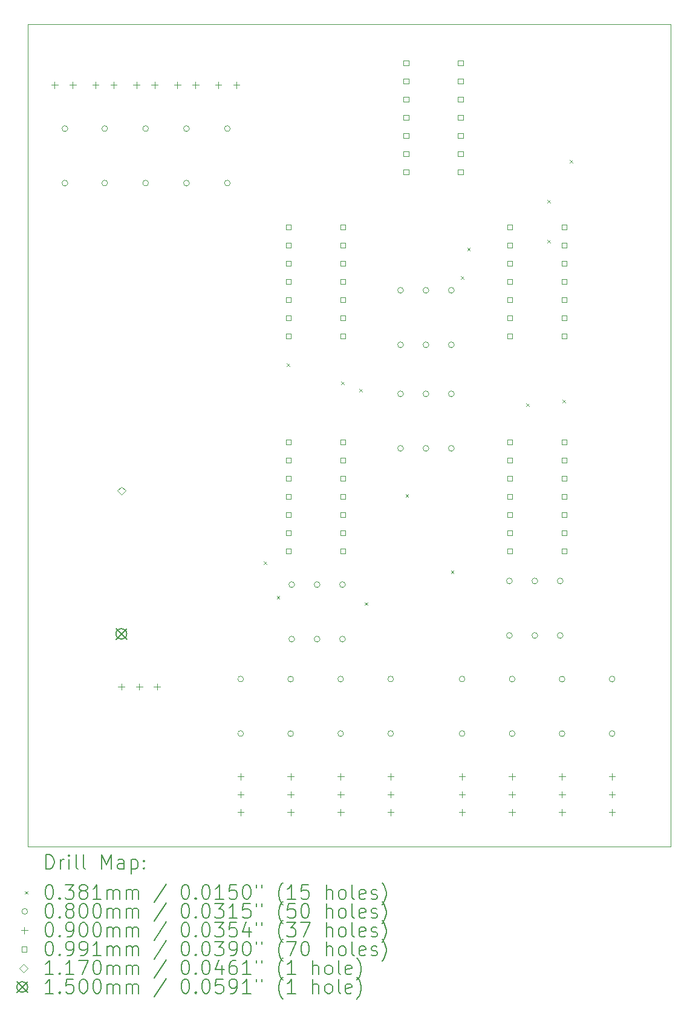
<source format=gbr>
%FSLAX45Y45*%
G04 Gerber Fmt 4.5, Leading zero omitted, Abs format (unit mm)*
G04 Created by KiCad (PCBNEW (6.0.4-0)) date 2022-06-01 22:21:27*
%MOMM*%
%LPD*%
G01*
G04 APERTURE LIST*
%TA.AperFunction,Profile*%
%ADD10C,0.025400*%
%TD*%
%ADD11C,0.200000*%
%ADD12C,0.038100*%
%ADD13C,0.080000*%
%ADD14C,0.090000*%
%ADD15C,0.099060*%
%ADD16C,0.117000*%
%ADD17C,0.150000*%
G04 APERTURE END LIST*
D10*
X13000000Y-17000000D02*
X13000000Y-5500000D01*
X13000000Y-5500000D02*
X4000000Y-5500000D01*
X4000000Y-17000000D02*
X13000000Y-17000000D01*
X4000000Y-5500000D02*
X4000000Y-17000000D01*
D11*
D12*
X7306020Y-13011150D02*
X7344120Y-13049250D01*
X7344120Y-13011150D02*
X7306020Y-13049250D01*
X7486650Y-13493750D02*
X7524750Y-13531850D01*
X7524750Y-13493750D02*
X7486650Y-13531850D01*
X7626350Y-10242550D02*
X7664450Y-10280650D01*
X7664450Y-10242550D02*
X7626350Y-10280650D01*
X8388350Y-10496550D02*
X8426450Y-10534650D01*
X8426450Y-10496550D02*
X8388350Y-10534650D01*
X8642350Y-10598150D02*
X8680450Y-10636250D01*
X8680450Y-10598150D02*
X8642350Y-10636250D01*
X8718550Y-13582650D02*
X8756650Y-13620750D01*
X8756650Y-13582650D02*
X8718550Y-13620750D01*
X9290050Y-12071350D02*
X9328150Y-12109450D01*
X9328150Y-12071350D02*
X9290050Y-12109450D01*
X9925050Y-13138150D02*
X9963150Y-13176250D01*
X9963150Y-13138150D02*
X9925050Y-13176250D01*
X10064750Y-9023350D02*
X10102850Y-9061450D01*
X10102850Y-9023350D02*
X10064750Y-9061450D01*
X10154882Y-8628418D02*
X10192982Y-8666518D01*
X10192982Y-8628418D02*
X10154882Y-8666518D01*
X10979150Y-10801350D02*
X11017250Y-10839450D01*
X11017250Y-10801350D02*
X10979150Y-10839450D01*
X11278684Y-7956550D02*
X11316784Y-7994650D01*
X11316784Y-7956550D02*
X11278684Y-7994650D01*
X11278684Y-8515350D02*
X11316784Y-8553450D01*
X11316784Y-8515350D02*
X11278684Y-8553450D01*
X11487150Y-10750550D02*
X11525250Y-10788650D01*
X11525250Y-10750550D02*
X11487150Y-10788650D01*
X11588750Y-7397750D02*
X11626850Y-7435850D01*
X11626850Y-7397750D02*
X11588750Y-7435850D01*
D13*
X4561200Y-6959600D02*
G75*
G03*
X4561200Y-6959600I-40000J0D01*
G01*
X4561200Y-7721600D02*
G75*
G03*
X4561200Y-7721600I-40000J0D01*
G01*
X5118000Y-6959600D02*
G75*
G03*
X5118000Y-6959600I-40000J0D01*
G01*
X5118000Y-7721600D02*
G75*
G03*
X5118000Y-7721600I-40000J0D01*
G01*
X5690500Y-6959600D02*
G75*
G03*
X5690500Y-6959600I-40000J0D01*
G01*
X5690500Y-7721600D02*
G75*
G03*
X5690500Y-7721600I-40000J0D01*
G01*
X6263000Y-6959600D02*
G75*
G03*
X6263000Y-6959600I-40000J0D01*
G01*
X6263000Y-7721600D02*
G75*
G03*
X6263000Y-7721600I-40000J0D01*
G01*
X6834500Y-6959600D02*
G75*
G03*
X6834500Y-6959600I-40000J0D01*
G01*
X6834500Y-7721600D02*
G75*
G03*
X6834500Y-7721600I-40000J0D01*
G01*
X7021400Y-14656600D02*
G75*
G03*
X7021400Y-14656600I-40000J0D01*
G01*
X7021400Y-15418600D02*
G75*
G03*
X7021400Y-15418600I-40000J0D01*
G01*
X7721400Y-14656600D02*
G75*
G03*
X7721400Y-14656600I-40000J0D01*
G01*
X7721400Y-15418600D02*
G75*
G03*
X7721400Y-15418600I-40000J0D01*
G01*
X7736200Y-13335000D02*
G75*
G03*
X7736200Y-13335000I-40000J0D01*
G01*
X7736200Y-14097000D02*
G75*
G03*
X7736200Y-14097000I-40000J0D01*
G01*
X8091800Y-13335000D02*
G75*
G03*
X8091800Y-13335000I-40000J0D01*
G01*
X8091800Y-14097000D02*
G75*
G03*
X8091800Y-14097000I-40000J0D01*
G01*
X8421400Y-14656600D02*
G75*
G03*
X8421400Y-14656600I-40000J0D01*
G01*
X8421400Y-15418600D02*
G75*
G03*
X8421400Y-15418600I-40000J0D01*
G01*
X8447400Y-13335000D02*
G75*
G03*
X8447400Y-13335000I-40000J0D01*
G01*
X8447400Y-14097000D02*
G75*
G03*
X8447400Y-14097000I-40000J0D01*
G01*
X9121400Y-14656600D02*
G75*
G03*
X9121400Y-14656600I-40000J0D01*
G01*
X9121400Y-15418600D02*
G75*
G03*
X9121400Y-15418600I-40000J0D01*
G01*
X9260200Y-9220200D02*
G75*
G03*
X9260200Y-9220200I-40000J0D01*
G01*
X9260200Y-9982200D02*
G75*
G03*
X9260200Y-9982200I-40000J0D01*
G01*
X9260200Y-10668000D02*
G75*
G03*
X9260200Y-10668000I-40000J0D01*
G01*
X9260200Y-11430000D02*
G75*
G03*
X9260200Y-11430000I-40000J0D01*
G01*
X9615800Y-9220200D02*
G75*
G03*
X9615800Y-9220200I-40000J0D01*
G01*
X9615800Y-9982200D02*
G75*
G03*
X9615800Y-9982200I-40000J0D01*
G01*
X9615800Y-10668000D02*
G75*
G03*
X9615800Y-10668000I-40000J0D01*
G01*
X9615800Y-11430000D02*
G75*
G03*
X9615800Y-11430000I-40000J0D01*
G01*
X9971400Y-9220200D02*
G75*
G03*
X9971400Y-9220200I-40000J0D01*
G01*
X9971400Y-9982200D02*
G75*
G03*
X9971400Y-9982200I-40000J0D01*
G01*
X9971400Y-10668000D02*
G75*
G03*
X9971400Y-10668000I-40000J0D01*
G01*
X9971400Y-11430000D02*
G75*
G03*
X9971400Y-11430000I-40000J0D01*
G01*
X10121400Y-14656600D02*
G75*
G03*
X10121400Y-14656600I-40000J0D01*
G01*
X10121400Y-15418600D02*
G75*
G03*
X10121400Y-15418600I-40000J0D01*
G01*
X10784200Y-13284200D02*
G75*
G03*
X10784200Y-13284200I-40000J0D01*
G01*
X10784200Y-14046200D02*
G75*
G03*
X10784200Y-14046200I-40000J0D01*
G01*
X10821400Y-14656600D02*
G75*
G03*
X10821400Y-14656600I-40000J0D01*
G01*
X10821400Y-15418600D02*
G75*
G03*
X10821400Y-15418600I-40000J0D01*
G01*
X11139800Y-13284200D02*
G75*
G03*
X11139800Y-13284200I-40000J0D01*
G01*
X11139800Y-14046200D02*
G75*
G03*
X11139800Y-14046200I-40000J0D01*
G01*
X11495400Y-13284200D02*
G75*
G03*
X11495400Y-13284200I-40000J0D01*
G01*
X11495400Y-14046200D02*
G75*
G03*
X11495400Y-14046200I-40000J0D01*
G01*
X11521400Y-14656600D02*
G75*
G03*
X11521400Y-14656600I-40000J0D01*
G01*
X11521400Y-15418600D02*
G75*
G03*
X11521400Y-15418600I-40000J0D01*
G01*
X12221400Y-14656600D02*
G75*
G03*
X12221400Y-14656600I-40000J0D01*
G01*
X12221400Y-15418600D02*
G75*
G03*
X12221400Y-15418600I-40000J0D01*
G01*
D14*
X4378000Y-6305000D02*
X4378000Y-6395000D01*
X4333000Y-6350000D02*
X4423000Y-6350000D01*
X4632000Y-6305000D02*
X4632000Y-6395000D01*
X4587000Y-6350000D02*
X4677000Y-6350000D01*
X4950500Y-6305000D02*
X4950500Y-6395000D01*
X4905500Y-6350000D02*
X4995500Y-6350000D01*
X5204500Y-6305000D02*
X5204500Y-6395000D01*
X5159500Y-6350000D02*
X5249500Y-6350000D01*
X5311400Y-14716600D02*
X5311400Y-14806600D01*
X5266400Y-14761600D02*
X5356400Y-14761600D01*
X5523000Y-6305000D02*
X5523000Y-6395000D01*
X5478000Y-6350000D02*
X5568000Y-6350000D01*
X5561400Y-14716600D02*
X5561400Y-14806600D01*
X5516400Y-14761600D02*
X5606400Y-14761600D01*
X5777000Y-6305000D02*
X5777000Y-6395000D01*
X5732000Y-6350000D02*
X5822000Y-6350000D01*
X5811400Y-14716600D02*
X5811400Y-14806600D01*
X5766400Y-14761600D02*
X5856400Y-14761600D01*
X6095500Y-6305000D02*
X6095500Y-6395000D01*
X6050500Y-6350000D02*
X6140500Y-6350000D01*
X6349500Y-6305000D02*
X6349500Y-6395000D01*
X6304500Y-6350000D02*
X6394500Y-6350000D01*
X6668000Y-6304200D02*
X6668000Y-6394200D01*
X6623000Y-6349200D02*
X6713000Y-6349200D01*
X6922000Y-6304200D02*
X6922000Y-6394200D01*
X6877000Y-6349200D02*
X6967000Y-6349200D01*
X6981400Y-15973600D02*
X6981400Y-16063600D01*
X6936400Y-16018600D02*
X7026400Y-16018600D01*
X6981400Y-16223600D02*
X6981400Y-16313600D01*
X6936400Y-16268600D02*
X7026400Y-16268600D01*
X6981400Y-16473600D02*
X6981400Y-16563600D01*
X6936400Y-16518600D02*
X7026400Y-16518600D01*
X7681400Y-15973600D02*
X7681400Y-16063600D01*
X7636400Y-16018600D02*
X7726400Y-16018600D01*
X7681400Y-16223600D02*
X7681400Y-16313600D01*
X7636400Y-16268600D02*
X7726400Y-16268600D01*
X7681400Y-16473600D02*
X7681400Y-16563600D01*
X7636400Y-16518600D02*
X7726400Y-16518600D01*
X8381400Y-15973600D02*
X8381400Y-16063600D01*
X8336400Y-16018600D02*
X8426400Y-16018600D01*
X8381400Y-16223600D02*
X8381400Y-16313600D01*
X8336400Y-16268600D02*
X8426400Y-16268600D01*
X8381400Y-16473600D02*
X8381400Y-16563600D01*
X8336400Y-16518600D02*
X8426400Y-16518600D01*
X9081400Y-15973600D02*
X9081400Y-16063600D01*
X9036400Y-16018600D02*
X9126400Y-16018600D01*
X9081400Y-16223600D02*
X9081400Y-16313600D01*
X9036400Y-16268600D02*
X9126400Y-16268600D01*
X9081400Y-16473600D02*
X9081400Y-16563600D01*
X9036400Y-16518600D02*
X9126400Y-16518600D01*
X10081400Y-15973600D02*
X10081400Y-16063600D01*
X10036400Y-16018600D02*
X10126400Y-16018600D01*
X10081400Y-16223600D02*
X10081400Y-16313600D01*
X10036400Y-16268600D02*
X10126400Y-16268600D01*
X10081400Y-16473600D02*
X10081400Y-16563600D01*
X10036400Y-16518600D02*
X10126400Y-16518600D01*
X10781400Y-15973600D02*
X10781400Y-16063600D01*
X10736400Y-16018600D02*
X10826400Y-16018600D01*
X10781400Y-16223600D02*
X10781400Y-16313600D01*
X10736400Y-16268600D02*
X10826400Y-16268600D01*
X10781400Y-16473600D02*
X10781400Y-16563600D01*
X10736400Y-16518600D02*
X10826400Y-16518600D01*
X11481400Y-15973600D02*
X11481400Y-16063600D01*
X11436400Y-16018600D02*
X11526400Y-16018600D01*
X11481400Y-16223600D02*
X11481400Y-16313600D01*
X11436400Y-16268600D02*
X11526400Y-16268600D01*
X11481400Y-16473600D02*
X11481400Y-16563600D01*
X11436400Y-16518600D02*
X11526400Y-16518600D01*
X12181400Y-15973600D02*
X12181400Y-16063600D01*
X12136400Y-16018600D02*
X12226400Y-16018600D01*
X12181400Y-16223600D02*
X12181400Y-16313600D01*
X12136400Y-16268600D02*
X12226400Y-16268600D01*
X12181400Y-16473600D02*
X12181400Y-16563600D01*
X12136400Y-16518600D02*
X12226400Y-16518600D01*
D15*
X7685503Y-8374623D02*
X7685503Y-8304577D01*
X7615457Y-8304577D01*
X7615457Y-8374623D01*
X7685503Y-8374623D01*
X7685503Y-8628623D02*
X7685503Y-8558577D01*
X7615457Y-8558577D01*
X7615457Y-8628623D01*
X7685503Y-8628623D01*
X7685503Y-8882623D02*
X7685503Y-8812577D01*
X7615457Y-8812577D01*
X7615457Y-8882623D01*
X7685503Y-8882623D01*
X7685503Y-9136623D02*
X7685503Y-9066577D01*
X7615457Y-9066577D01*
X7615457Y-9136623D01*
X7685503Y-9136623D01*
X7685503Y-9390623D02*
X7685503Y-9320577D01*
X7615457Y-9320577D01*
X7615457Y-9390623D01*
X7685503Y-9390623D01*
X7685503Y-9644623D02*
X7685503Y-9574577D01*
X7615457Y-9574577D01*
X7615457Y-9644623D01*
X7685503Y-9644623D01*
X7685503Y-9898623D02*
X7685503Y-9828577D01*
X7615457Y-9828577D01*
X7615457Y-9898623D01*
X7685503Y-9898623D01*
X7685503Y-11374623D02*
X7685503Y-11304577D01*
X7615457Y-11304577D01*
X7615457Y-11374623D01*
X7685503Y-11374623D01*
X7685503Y-11628623D02*
X7685503Y-11558577D01*
X7615457Y-11558577D01*
X7615457Y-11628623D01*
X7685503Y-11628623D01*
X7685503Y-11882623D02*
X7685503Y-11812577D01*
X7615457Y-11812577D01*
X7615457Y-11882623D01*
X7685503Y-11882623D01*
X7685503Y-12136623D02*
X7685503Y-12066577D01*
X7615457Y-12066577D01*
X7615457Y-12136623D01*
X7685503Y-12136623D01*
X7685503Y-12390623D02*
X7685503Y-12320577D01*
X7615457Y-12320577D01*
X7615457Y-12390623D01*
X7685503Y-12390623D01*
X7685503Y-12644623D02*
X7685503Y-12574577D01*
X7615457Y-12574577D01*
X7615457Y-12644623D01*
X7685503Y-12644623D01*
X7685503Y-12898623D02*
X7685503Y-12828577D01*
X7615457Y-12828577D01*
X7615457Y-12898623D01*
X7685503Y-12898623D01*
X8447503Y-8374623D02*
X8447503Y-8304577D01*
X8377457Y-8304577D01*
X8377457Y-8374623D01*
X8447503Y-8374623D01*
X8447503Y-8628623D02*
X8447503Y-8558577D01*
X8377457Y-8558577D01*
X8377457Y-8628623D01*
X8447503Y-8628623D01*
X8447503Y-8882623D02*
X8447503Y-8812577D01*
X8377457Y-8812577D01*
X8377457Y-8882623D01*
X8447503Y-8882623D01*
X8447503Y-9136623D02*
X8447503Y-9066577D01*
X8377457Y-9066577D01*
X8377457Y-9136623D01*
X8447503Y-9136623D01*
X8447503Y-9390623D02*
X8447503Y-9320577D01*
X8377457Y-9320577D01*
X8377457Y-9390623D01*
X8447503Y-9390623D01*
X8447503Y-9644623D02*
X8447503Y-9574577D01*
X8377457Y-9574577D01*
X8377457Y-9644623D01*
X8447503Y-9644623D01*
X8447503Y-9898623D02*
X8447503Y-9828577D01*
X8377457Y-9828577D01*
X8377457Y-9898623D01*
X8447503Y-9898623D01*
X8447503Y-11374623D02*
X8447503Y-11304577D01*
X8377457Y-11304577D01*
X8377457Y-11374623D01*
X8447503Y-11374623D01*
X8447503Y-11628623D02*
X8447503Y-11558577D01*
X8377457Y-11558577D01*
X8377457Y-11628623D01*
X8447503Y-11628623D01*
X8447503Y-11882623D02*
X8447503Y-11812577D01*
X8377457Y-11812577D01*
X8377457Y-11882623D01*
X8447503Y-11882623D01*
X8447503Y-12136623D02*
X8447503Y-12066577D01*
X8377457Y-12066577D01*
X8377457Y-12136623D01*
X8447503Y-12136623D01*
X8447503Y-12390623D02*
X8447503Y-12320577D01*
X8377457Y-12320577D01*
X8377457Y-12390623D01*
X8447503Y-12390623D01*
X8447503Y-12644623D02*
X8447503Y-12574577D01*
X8377457Y-12574577D01*
X8377457Y-12644623D01*
X8447503Y-12644623D01*
X8447503Y-12898623D02*
X8447503Y-12828577D01*
X8377457Y-12828577D01*
X8377457Y-12898623D01*
X8447503Y-12898623D01*
X9331423Y-6080223D02*
X9331423Y-6010177D01*
X9261377Y-6010177D01*
X9261377Y-6080223D01*
X9331423Y-6080223D01*
X9331423Y-6334223D02*
X9331423Y-6264177D01*
X9261377Y-6264177D01*
X9261377Y-6334223D01*
X9331423Y-6334223D01*
X9331423Y-6588223D02*
X9331423Y-6518177D01*
X9261377Y-6518177D01*
X9261377Y-6588223D01*
X9331423Y-6588223D01*
X9331423Y-6842223D02*
X9331423Y-6772177D01*
X9261377Y-6772177D01*
X9261377Y-6842223D01*
X9331423Y-6842223D01*
X9331423Y-7096223D02*
X9331423Y-7026177D01*
X9261377Y-7026177D01*
X9261377Y-7096223D01*
X9331423Y-7096223D01*
X9331423Y-7350223D02*
X9331423Y-7280177D01*
X9261377Y-7280177D01*
X9261377Y-7350223D01*
X9331423Y-7350223D01*
X9331423Y-7604223D02*
X9331423Y-7534177D01*
X9261377Y-7534177D01*
X9261377Y-7604223D01*
X9331423Y-7604223D01*
X10093423Y-6080223D02*
X10093423Y-6010177D01*
X10023377Y-6010177D01*
X10023377Y-6080223D01*
X10093423Y-6080223D01*
X10093423Y-6334223D02*
X10093423Y-6264177D01*
X10023377Y-6264177D01*
X10023377Y-6334223D01*
X10093423Y-6334223D01*
X10093423Y-6588223D02*
X10093423Y-6518177D01*
X10023377Y-6518177D01*
X10023377Y-6588223D01*
X10093423Y-6588223D01*
X10093423Y-6842223D02*
X10093423Y-6772177D01*
X10023377Y-6772177D01*
X10023377Y-6842223D01*
X10093423Y-6842223D01*
X10093423Y-7096223D02*
X10093423Y-7026177D01*
X10023377Y-7026177D01*
X10023377Y-7096223D01*
X10093423Y-7096223D01*
X10093423Y-7350223D02*
X10093423Y-7280177D01*
X10023377Y-7280177D01*
X10023377Y-7350223D01*
X10093423Y-7350223D01*
X10093423Y-7604223D02*
X10093423Y-7534177D01*
X10023377Y-7534177D01*
X10023377Y-7604223D01*
X10093423Y-7604223D01*
X10784808Y-8374623D02*
X10784808Y-8304577D01*
X10714762Y-8304577D01*
X10714762Y-8374623D01*
X10784808Y-8374623D01*
X10784808Y-8628623D02*
X10784808Y-8558577D01*
X10714762Y-8558577D01*
X10714762Y-8628623D01*
X10784808Y-8628623D01*
X10784808Y-8882623D02*
X10784808Y-8812577D01*
X10714762Y-8812577D01*
X10714762Y-8882623D01*
X10784808Y-8882623D01*
X10784808Y-9136623D02*
X10784808Y-9066577D01*
X10714762Y-9066577D01*
X10714762Y-9136623D01*
X10784808Y-9136623D01*
X10784808Y-9390623D02*
X10784808Y-9320577D01*
X10714762Y-9320577D01*
X10714762Y-9390623D01*
X10784808Y-9390623D01*
X10784808Y-9644623D02*
X10784808Y-9574577D01*
X10714762Y-9574577D01*
X10714762Y-9644623D01*
X10784808Y-9644623D01*
X10784808Y-9898623D02*
X10784808Y-9828577D01*
X10714762Y-9828577D01*
X10714762Y-9898623D01*
X10784808Y-9898623D01*
X10784808Y-11374623D02*
X10784808Y-11304577D01*
X10714762Y-11304577D01*
X10714762Y-11374623D01*
X10784808Y-11374623D01*
X10784808Y-11628623D02*
X10784808Y-11558577D01*
X10714762Y-11558577D01*
X10714762Y-11628623D01*
X10784808Y-11628623D01*
X10784808Y-11882623D02*
X10784808Y-11812577D01*
X10714762Y-11812577D01*
X10714762Y-11882623D01*
X10784808Y-11882623D01*
X10784808Y-12136623D02*
X10784808Y-12066577D01*
X10714762Y-12066577D01*
X10714762Y-12136623D01*
X10784808Y-12136623D01*
X10784808Y-12390623D02*
X10784808Y-12320577D01*
X10714762Y-12320577D01*
X10714762Y-12390623D01*
X10784808Y-12390623D01*
X10784808Y-12644623D02*
X10784808Y-12574577D01*
X10714762Y-12574577D01*
X10714762Y-12644623D01*
X10784808Y-12644623D01*
X10784808Y-12898623D02*
X10784808Y-12828577D01*
X10714762Y-12828577D01*
X10714762Y-12898623D01*
X10784808Y-12898623D01*
X11546808Y-8374623D02*
X11546808Y-8304577D01*
X11476762Y-8304577D01*
X11476762Y-8374623D01*
X11546808Y-8374623D01*
X11546808Y-8628623D02*
X11546808Y-8558577D01*
X11476762Y-8558577D01*
X11476762Y-8628623D01*
X11546808Y-8628623D01*
X11546808Y-8882623D02*
X11546808Y-8812577D01*
X11476762Y-8812577D01*
X11476762Y-8882623D01*
X11546808Y-8882623D01*
X11546808Y-9136623D02*
X11546808Y-9066577D01*
X11476762Y-9066577D01*
X11476762Y-9136623D01*
X11546808Y-9136623D01*
X11546808Y-9390623D02*
X11546808Y-9320577D01*
X11476762Y-9320577D01*
X11476762Y-9390623D01*
X11546808Y-9390623D01*
X11546808Y-9644623D02*
X11546808Y-9574577D01*
X11476762Y-9574577D01*
X11476762Y-9644623D01*
X11546808Y-9644623D01*
X11546808Y-9898623D02*
X11546808Y-9828577D01*
X11476762Y-9828577D01*
X11476762Y-9898623D01*
X11546808Y-9898623D01*
X11546808Y-11374623D02*
X11546808Y-11304577D01*
X11476762Y-11304577D01*
X11476762Y-11374623D01*
X11546808Y-11374623D01*
X11546808Y-11628623D02*
X11546808Y-11558577D01*
X11476762Y-11558577D01*
X11476762Y-11628623D01*
X11546808Y-11628623D01*
X11546808Y-11882623D02*
X11546808Y-11812577D01*
X11476762Y-11812577D01*
X11476762Y-11882623D01*
X11546808Y-11882623D01*
X11546808Y-12136623D02*
X11546808Y-12066577D01*
X11476762Y-12066577D01*
X11476762Y-12136623D01*
X11546808Y-12136623D01*
X11546808Y-12390623D02*
X11546808Y-12320577D01*
X11476762Y-12320577D01*
X11476762Y-12390623D01*
X11546808Y-12390623D01*
X11546808Y-12644623D02*
X11546808Y-12574577D01*
X11476762Y-12574577D01*
X11476762Y-12644623D01*
X11546808Y-12644623D01*
X11546808Y-12898623D02*
X11546808Y-12828577D01*
X11476762Y-12828577D01*
X11476762Y-12898623D01*
X11546808Y-12898623D01*
D16*
X5311400Y-12082530D02*
X5369900Y-12024030D01*
X5311400Y-11965530D01*
X5252900Y-12024030D01*
X5311400Y-12082530D01*
D17*
X5236400Y-13949030D02*
X5386400Y-14099030D01*
X5386400Y-13949030D02*
X5236400Y-14099030D01*
X5386400Y-14024030D02*
G75*
G03*
X5386400Y-14024030I-75000J0D01*
G01*
D11*
X4256349Y-17311746D02*
X4256349Y-17111746D01*
X4303968Y-17111746D01*
X4332540Y-17121270D01*
X4351587Y-17140318D01*
X4361111Y-17159365D01*
X4370635Y-17197460D01*
X4370635Y-17226032D01*
X4361111Y-17264127D01*
X4351587Y-17283175D01*
X4332540Y-17302222D01*
X4303968Y-17311746D01*
X4256349Y-17311746D01*
X4456349Y-17311746D02*
X4456349Y-17178413D01*
X4456349Y-17216508D02*
X4465873Y-17197460D01*
X4475397Y-17187937D01*
X4494444Y-17178413D01*
X4513492Y-17178413D01*
X4580159Y-17311746D02*
X4580159Y-17178413D01*
X4580159Y-17111746D02*
X4570635Y-17121270D01*
X4580159Y-17130794D01*
X4589682Y-17121270D01*
X4580159Y-17111746D01*
X4580159Y-17130794D01*
X4703968Y-17311746D02*
X4684920Y-17302222D01*
X4675397Y-17283175D01*
X4675397Y-17111746D01*
X4808730Y-17311746D02*
X4789682Y-17302222D01*
X4780159Y-17283175D01*
X4780159Y-17111746D01*
X5037301Y-17311746D02*
X5037301Y-17111746D01*
X5103968Y-17254603D01*
X5170635Y-17111746D01*
X5170635Y-17311746D01*
X5351587Y-17311746D02*
X5351587Y-17206984D01*
X5342063Y-17187937D01*
X5323016Y-17178413D01*
X5284920Y-17178413D01*
X5265873Y-17187937D01*
X5351587Y-17302222D02*
X5332540Y-17311746D01*
X5284920Y-17311746D01*
X5265873Y-17302222D01*
X5256349Y-17283175D01*
X5256349Y-17264127D01*
X5265873Y-17245080D01*
X5284920Y-17235556D01*
X5332540Y-17235556D01*
X5351587Y-17226032D01*
X5446825Y-17178413D02*
X5446825Y-17378413D01*
X5446825Y-17187937D02*
X5465873Y-17178413D01*
X5503968Y-17178413D01*
X5523016Y-17187937D01*
X5532540Y-17197460D01*
X5542063Y-17216508D01*
X5542063Y-17273651D01*
X5532540Y-17292699D01*
X5523016Y-17302222D01*
X5503968Y-17311746D01*
X5465873Y-17311746D01*
X5446825Y-17302222D01*
X5627778Y-17292699D02*
X5637301Y-17302222D01*
X5627778Y-17311746D01*
X5618254Y-17302222D01*
X5627778Y-17292699D01*
X5627778Y-17311746D01*
X5627778Y-17187937D02*
X5637301Y-17197460D01*
X5627778Y-17206984D01*
X5618254Y-17197460D01*
X5627778Y-17187937D01*
X5627778Y-17206984D01*
D12*
X3960630Y-17622220D02*
X3998730Y-17660320D01*
X3998730Y-17622220D02*
X3960630Y-17660320D01*
D11*
X4294444Y-17531746D02*
X4313492Y-17531746D01*
X4332540Y-17541270D01*
X4342063Y-17550794D01*
X4351587Y-17569841D01*
X4361111Y-17607937D01*
X4361111Y-17655556D01*
X4351587Y-17693651D01*
X4342063Y-17712699D01*
X4332540Y-17722222D01*
X4313492Y-17731746D01*
X4294444Y-17731746D01*
X4275397Y-17722222D01*
X4265873Y-17712699D01*
X4256349Y-17693651D01*
X4246825Y-17655556D01*
X4246825Y-17607937D01*
X4256349Y-17569841D01*
X4265873Y-17550794D01*
X4275397Y-17541270D01*
X4294444Y-17531746D01*
X4446825Y-17712699D02*
X4456349Y-17722222D01*
X4446825Y-17731746D01*
X4437301Y-17722222D01*
X4446825Y-17712699D01*
X4446825Y-17731746D01*
X4523016Y-17531746D02*
X4646825Y-17531746D01*
X4580159Y-17607937D01*
X4608730Y-17607937D01*
X4627778Y-17617460D01*
X4637301Y-17626984D01*
X4646825Y-17646032D01*
X4646825Y-17693651D01*
X4637301Y-17712699D01*
X4627778Y-17722222D01*
X4608730Y-17731746D01*
X4551587Y-17731746D01*
X4532540Y-17722222D01*
X4523016Y-17712699D01*
X4761111Y-17617460D02*
X4742063Y-17607937D01*
X4732540Y-17598413D01*
X4723016Y-17579365D01*
X4723016Y-17569841D01*
X4732540Y-17550794D01*
X4742063Y-17541270D01*
X4761111Y-17531746D01*
X4799206Y-17531746D01*
X4818254Y-17541270D01*
X4827778Y-17550794D01*
X4837301Y-17569841D01*
X4837301Y-17579365D01*
X4827778Y-17598413D01*
X4818254Y-17607937D01*
X4799206Y-17617460D01*
X4761111Y-17617460D01*
X4742063Y-17626984D01*
X4732540Y-17636508D01*
X4723016Y-17655556D01*
X4723016Y-17693651D01*
X4732540Y-17712699D01*
X4742063Y-17722222D01*
X4761111Y-17731746D01*
X4799206Y-17731746D01*
X4818254Y-17722222D01*
X4827778Y-17712699D01*
X4837301Y-17693651D01*
X4837301Y-17655556D01*
X4827778Y-17636508D01*
X4818254Y-17626984D01*
X4799206Y-17617460D01*
X5027778Y-17731746D02*
X4913492Y-17731746D01*
X4970635Y-17731746D02*
X4970635Y-17531746D01*
X4951587Y-17560318D01*
X4932540Y-17579365D01*
X4913492Y-17588889D01*
X5113492Y-17731746D02*
X5113492Y-17598413D01*
X5113492Y-17617460D02*
X5123016Y-17607937D01*
X5142063Y-17598413D01*
X5170635Y-17598413D01*
X5189682Y-17607937D01*
X5199206Y-17626984D01*
X5199206Y-17731746D01*
X5199206Y-17626984D02*
X5208730Y-17607937D01*
X5227778Y-17598413D01*
X5256349Y-17598413D01*
X5275397Y-17607937D01*
X5284920Y-17626984D01*
X5284920Y-17731746D01*
X5380159Y-17731746D02*
X5380159Y-17598413D01*
X5380159Y-17617460D02*
X5389682Y-17607937D01*
X5408730Y-17598413D01*
X5437301Y-17598413D01*
X5456349Y-17607937D01*
X5465873Y-17626984D01*
X5465873Y-17731746D01*
X5465873Y-17626984D02*
X5475397Y-17607937D01*
X5494444Y-17598413D01*
X5523016Y-17598413D01*
X5542063Y-17607937D01*
X5551587Y-17626984D01*
X5551587Y-17731746D01*
X5942063Y-17522222D02*
X5770635Y-17779365D01*
X6199206Y-17531746D02*
X6218254Y-17531746D01*
X6237301Y-17541270D01*
X6246825Y-17550794D01*
X6256349Y-17569841D01*
X6265873Y-17607937D01*
X6265873Y-17655556D01*
X6256349Y-17693651D01*
X6246825Y-17712699D01*
X6237301Y-17722222D01*
X6218254Y-17731746D01*
X6199206Y-17731746D01*
X6180158Y-17722222D01*
X6170635Y-17712699D01*
X6161111Y-17693651D01*
X6151587Y-17655556D01*
X6151587Y-17607937D01*
X6161111Y-17569841D01*
X6170635Y-17550794D01*
X6180158Y-17541270D01*
X6199206Y-17531746D01*
X6351587Y-17712699D02*
X6361111Y-17722222D01*
X6351587Y-17731746D01*
X6342063Y-17722222D01*
X6351587Y-17712699D01*
X6351587Y-17731746D01*
X6484920Y-17531746D02*
X6503968Y-17531746D01*
X6523016Y-17541270D01*
X6532539Y-17550794D01*
X6542063Y-17569841D01*
X6551587Y-17607937D01*
X6551587Y-17655556D01*
X6542063Y-17693651D01*
X6532539Y-17712699D01*
X6523016Y-17722222D01*
X6503968Y-17731746D01*
X6484920Y-17731746D01*
X6465873Y-17722222D01*
X6456349Y-17712699D01*
X6446825Y-17693651D01*
X6437301Y-17655556D01*
X6437301Y-17607937D01*
X6446825Y-17569841D01*
X6456349Y-17550794D01*
X6465873Y-17541270D01*
X6484920Y-17531746D01*
X6742063Y-17731746D02*
X6627778Y-17731746D01*
X6684920Y-17731746D02*
X6684920Y-17531746D01*
X6665873Y-17560318D01*
X6646825Y-17579365D01*
X6627778Y-17588889D01*
X6923016Y-17531746D02*
X6827778Y-17531746D01*
X6818254Y-17626984D01*
X6827778Y-17617460D01*
X6846825Y-17607937D01*
X6894444Y-17607937D01*
X6913492Y-17617460D01*
X6923016Y-17626984D01*
X6932539Y-17646032D01*
X6932539Y-17693651D01*
X6923016Y-17712699D01*
X6913492Y-17722222D01*
X6894444Y-17731746D01*
X6846825Y-17731746D01*
X6827778Y-17722222D01*
X6818254Y-17712699D01*
X7056349Y-17531746D02*
X7075397Y-17531746D01*
X7094444Y-17541270D01*
X7103968Y-17550794D01*
X7113492Y-17569841D01*
X7123016Y-17607937D01*
X7123016Y-17655556D01*
X7113492Y-17693651D01*
X7103968Y-17712699D01*
X7094444Y-17722222D01*
X7075397Y-17731746D01*
X7056349Y-17731746D01*
X7037301Y-17722222D01*
X7027778Y-17712699D01*
X7018254Y-17693651D01*
X7008730Y-17655556D01*
X7008730Y-17607937D01*
X7018254Y-17569841D01*
X7027778Y-17550794D01*
X7037301Y-17541270D01*
X7056349Y-17531746D01*
X7199206Y-17531746D02*
X7199206Y-17569841D01*
X7275397Y-17531746D02*
X7275397Y-17569841D01*
X7570635Y-17807937D02*
X7561111Y-17798413D01*
X7542063Y-17769841D01*
X7532539Y-17750794D01*
X7523016Y-17722222D01*
X7513492Y-17674603D01*
X7513492Y-17636508D01*
X7523016Y-17588889D01*
X7532539Y-17560318D01*
X7542063Y-17541270D01*
X7561111Y-17512699D01*
X7570635Y-17503175D01*
X7751587Y-17731746D02*
X7637301Y-17731746D01*
X7694444Y-17731746D02*
X7694444Y-17531746D01*
X7675397Y-17560318D01*
X7656349Y-17579365D01*
X7637301Y-17588889D01*
X7932539Y-17531746D02*
X7837301Y-17531746D01*
X7827778Y-17626984D01*
X7837301Y-17617460D01*
X7856349Y-17607937D01*
X7903968Y-17607937D01*
X7923016Y-17617460D01*
X7932539Y-17626984D01*
X7942063Y-17646032D01*
X7942063Y-17693651D01*
X7932539Y-17712699D01*
X7923016Y-17722222D01*
X7903968Y-17731746D01*
X7856349Y-17731746D01*
X7837301Y-17722222D01*
X7827778Y-17712699D01*
X8180158Y-17731746D02*
X8180158Y-17531746D01*
X8265873Y-17731746D02*
X8265873Y-17626984D01*
X8256349Y-17607937D01*
X8237301Y-17598413D01*
X8208730Y-17598413D01*
X8189682Y-17607937D01*
X8180158Y-17617460D01*
X8389682Y-17731746D02*
X8370635Y-17722222D01*
X8361111Y-17712699D01*
X8351587Y-17693651D01*
X8351587Y-17636508D01*
X8361111Y-17617460D01*
X8370635Y-17607937D01*
X8389682Y-17598413D01*
X8418254Y-17598413D01*
X8437301Y-17607937D01*
X8446825Y-17617460D01*
X8456349Y-17636508D01*
X8456349Y-17693651D01*
X8446825Y-17712699D01*
X8437301Y-17722222D01*
X8418254Y-17731746D01*
X8389682Y-17731746D01*
X8570635Y-17731746D02*
X8551587Y-17722222D01*
X8542063Y-17703175D01*
X8542063Y-17531746D01*
X8723016Y-17722222D02*
X8703968Y-17731746D01*
X8665873Y-17731746D01*
X8646825Y-17722222D01*
X8637301Y-17703175D01*
X8637301Y-17626984D01*
X8646825Y-17607937D01*
X8665873Y-17598413D01*
X8703968Y-17598413D01*
X8723016Y-17607937D01*
X8732540Y-17626984D01*
X8732540Y-17646032D01*
X8637301Y-17665080D01*
X8808730Y-17722222D02*
X8827778Y-17731746D01*
X8865873Y-17731746D01*
X8884920Y-17722222D01*
X8894444Y-17703175D01*
X8894444Y-17693651D01*
X8884920Y-17674603D01*
X8865873Y-17665080D01*
X8837301Y-17665080D01*
X8818254Y-17655556D01*
X8808730Y-17636508D01*
X8808730Y-17626984D01*
X8818254Y-17607937D01*
X8837301Y-17598413D01*
X8865873Y-17598413D01*
X8884920Y-17607937D01*
X8961111Y-17807937D02*
X8970635Y-17798413D01*
X8989682Y-17769841D01*
X8999206Y-17750794D01*
X9008730Y-17722222D01*
X9018254Y-17674603D01*
X9018254Y-17636508D01*
X9008730Y-17588889D01*
X8999206Y-17560318D01*
X8989682Y-17541270D01*
X8970635Y-17512699D01*
X8961111Y-17503175D01*
D13*
X3998730Y-17905270D02*
G75*
G03*
X3998730Y-17905270I-40000J0D01*
G01*
D11*
X4294444Y-17795746D02*
X4313492Y-17795746D01*
X4332540Y-17805270D01*
X4342063Y-17814794D01*
X4351587Y-17833841D01*
X4361111Y-17871937D01*
X4361111Y-17919556D01*
X4351587Y-17957651D01*
X4342063Y-17976699D01*
X4332540Y-17986222D01*
X4313492Y-17995746D01*
X4294444Y-17995746D01*
X4275397Y-17986222D01*
X4265873Y-17976699D01*
X4256349Y-17957651D01*
X4246825Y-17919556D01*
X4246825Y-17871937D01*
X4256349Y-17833841D01*
X4265873Y-17814794D01*
X4275397Y-17805270D01*
X4294444Y-17795746D01*
X4446825Y-17976699D02*
X4456349Y-17986222D01*
X4446825Y-17995746D01*
X4437301Y-17986222D01*
X4446825Y-17976699D01*
X4446825Y-17995746D01*
X4570635Y-17881460D02*
X4551587Y-17871937D01*
X4542063Y-17862413D01*
X4532540Y-17843365D01*
X4532540Y-17833841D01*
X4542063Y-17814794D01*
X4551587Y-17805270D01*
X4570635Y-17795746D01*
X4608730Y-17795746D01*
X4627778Y-17805270D01*
X4637301Y-17814794D01*
X4646825Y-17833841D01*
X4646825Y-17843365D01*
X4637301Y-17862413D01*
X4627778Y-17871937D01*
X4608730Y-17881460D01*
X4570635Y-17881460D01*
X4551587Y-17890984D01*
X4542063Y-17900508D01*
X4532540Y-17919556D01*
X4532540Y-17957651D01*
X4542063Y-17976699D01*
X4551587Y-17986222D01*
X4570635Y-17995746D01*
X4608730Y-17995746D01*
X4627778Y-17986222D01*
X4637301Y-17976699D01*
X4646825Y-17957651D01*
X4646825Y-17919556D01*
X4637301Y-17900508D01*
X4627778Y-17890984D01*
X4608730Y-17881460D01*
X4770635Y-17795746D02*
X4789682Y-17795746D01*
X4808730Y-17805270D01*
X4818254Y-17814794D01*
X4827778Y-17833841D01*
X4837301Y-17871937D01*
X4837301Y-17919556D01*
X4827778Y-17957651D01*
X4818254Y-17976699D01*
X4808730Y-17986222D01*
X4789682Y-17995746D01*
X4770635Y-17995746D01*
X4751587Y-17986222D01*
X4742063Y-17976699D01*
X4732540Y-17957651D01*
X4723016Y-17919556D01*
X4723016Y-17871937D01*
X4732540Y-17833841D01*
X4742063Y-17814794D01*
X4751587Y-17805270D01*
X4770635Y-17795746D01*
X4961111Y-17795746D02*
X4980159Y-17795746D01*
X4999206Y-17805270D01*
X5008730Y-17814794D01*
X5018254Y-17833841D01*
X5027778Y-17871937D01*
X5027778Y-17919556D01*
X5018254Y-17957651D01*
X5008730Y-17976699D01*
X4999206Y-17986222D01*
X4980159Y-17995746D01*
X4961111Y-17995746D01*
X4942063Y-17986222D01*
X4932540Y-17976699D01*
X4923016Y-17957651D01*
X4913492Y-17919556D01*
X4913492Y-17871937D01*
X4923016Y-17833841D01*
X4932540Y-17814794D01*
X4942063Y-17805270D01*
X4961111Y-17795746D01*
X5113492Y-17995746D02*
X5113492Y-17862413D01*
X5113492Y-17881460D02*
X5123016Y-17871937D01*
X5142063Y-17862413D01*
X5170635Y-17862413D01*
X5189682Y-17871937D01*
X5199206Y-17890984D01*
X5199206Y-17995746D01*
X5199206Y-17890984D02*
X5208730Y-17871937D01*
X5227778Y-17862413D01*
X5256349Y-17862413D01*
X5275397Y-17871937D01*
X5284920Y-17890984D01*
X5284920Y-17995746D01*
X5380159Y-17995746D02*
X5380159Y-17862413D01*
X5380159Y-17881460D02*
X5389682Y-17871937D01*
X5408730Y-17862413D01*
X5437301Y-17862413D01*
X5456349Y-17871937D01*
X5465873Y-17890984D01*
X5465873Y-17995746D01*
X5465873Y-17890984D02*
X5475397Y-17871937D01*
X5494444Y-17862413D01*
X5523016Y-17862413D01*
X5542063Y-17871937D01*
X5551587Y-17890984D01*
X5551587Y-17995746D01*
X5942063Y-17786222D02*
X5770635Y-18043365D01*
X6199206Y-17795746D02*
X6218254Y-17795746D01*
X6237301Y-17805270D01*
X6246825Y-17814794D01*
X6256349Y-17833841D01*
X6265873Y-17871937D01*
X6265873Y-17919556D01*
X6256349Y-17957651D01*
X6246825Y-17976699D01*
X6237301Y-17986222D01*
X6218254Y-17995746D01*
X6199206Y-17995746D01*
X6180158Y-17986222D01*
X6170635Y-17976699D01*
X6161111Y-17957651D01*
X6151587Y-17919556D01*
X6151587Y-17871937D01*
X6161111Y-17833841D01*
X6170635Y-17814794D01*
X6180158Y-17805270D01*
X6199206Y-17795746D01*
X6351587Y-17976699D02*
X6361111Y-17986222D01*
X6351587Y-17995746D01*
X6342063Y-17986222D01*
X6351587Y-17976699D01*
X6351587Y-17995746D01*
X6484920Y-17795746D02*
X6503968Y-17795746D01*
X6523016Y-17805270D01*
X6532539Y-17814794D01*
X6542063Y-17833841D01*
X6551587Y-17871937D01*
X6551587Y-17919556D01*
X6542063Y-17957651D01*
X6532539Y-17976699D01*
X6523016Y-17986222D01*
X6503968Y-17995746D01*
X6484920Y-17995746D01*
X6465873Y-17986222D01*
X6456349Y-17976699D01*
X6446825Y-17957651D01*
X6437301Y-17919556D01*
X6437301Y-17871937D01*
X6446825Y-17833841D01*
X6456349Y-17814794D01*
X6465873Y-17805270D01*
X6484920Y-17795746D01*
X6618254Y-17795746D02*
X6742063Y-17795746D01*
X6675397Y-17871937D01*
X6703968Y-17871937D01*
X6723016Y-17881460D01*
X6732539Y-17890984D01*
X6742063Y-17910032D01*
X6742063Y-17957651D01*
X6732539Y-17976699D01*
X6723016Y-17986222D01*
X6703968Y-17995746D01*
X6646825Y-17995746D01*
X6627778Y-17986222D01*
X6618254Y-17976699D01*
X6932539Y-17995746D02*
X6818254Y-17995746D01*
X6875397Y-17995746D02*
X6875397Y-17795746D01*
X6856349Y-17824318D01*
X6837301Y-17843365D01*
X6818254Y-17852889D01*
X7113492Y-17795746D02*
X7018254Y-17795746D01*
X7008730Y-17890984D01*
X7018254Y-17881460D01*
X7037301Y-17871937D01*
X7084920Y-17871937D01*
X7103968Y-17881460D01*
X7113492Y-17890984D01*
X7123016Y-17910032D01*
X7123016Y-17957651D01*
X7113492Y-17976699D01*
X7103968Y-17986222D01*
X7084920Y-17995746D01*
X7037301Y-17995746D01*
X7018254Y-17986222D01*
X7008730Y-17976699D01*
X7199206Y-17795746D02*
X7199206Y-17833841D01*
X7275397Y-17795746D02*
X7275397Y-17833841D01*
X7570635Y-18071937D02*
X7561111Y-18062413D01*
X7542063Y-18033841D01*
X7532539Y-18014794D01*
X7523016Y-17986222D01*
X7513492Y-17938603D01*
X7513492Y-17900508D01*
X7523016Y-17852889D01*
X7532539Y-17824318D01*
X7542063Y-17805270D01*
X7561111Y-17776699D01*
X7570635Y-17767175D01*
X7742063Y-17795746D02*
X7646825Y-17795746D01*
X7637301Y-17890984D01*
X7646825Y-17881460D01*
X7665873Y-17871937D01*
X7713492Y-17871937D01*
X7732539Y-17881460D01*
X7742063Y-17890984D01*
X7751587Y-17910032D01*
X7751587Y-17957651D01*
X7742063Y-17976699D01*
X7732539Y-17986222D01*
X7713492Y-17995746D01*
X7665873Y-17995746D01*
X7646825Y-17986222D01*
X7637301Y-17976699D01*
X7875397Y-17795746D02*
X7894444Y-17795746D01*
X7913492Y-17805270D01*
X7923016Y-17814794D01*
X7932539Y-17833841D01*
X7942063Y-17871937D01*
X7942063Y-17919556D01*
X7932539Y-17957651D01*
X7923016Y-17976699D01*
X7913492Y-17986222D01*
X7894444Y-17995746D01*
X7875397Y-17995746D01*
X7856349Y-17986222D01*
X7846825Y-17976699D01*
X7837301Y-17957651D01*
X7827778Y-17919556D01*
X7827778Y-17871937D01*
X7837301Y-17833841D01*
X7846825Y-17814794D01*
X7856349Y-17805270D01*
X7875397Y-17795746D01*
X8180158Y-17995746D02*
X8180158Y-17795746D01*
X8265873Y-17995746D02*
X8265873Y-17890984D01*
X8256349Y-17871937D01*
X8237301Y-17862413D01*
X8208730Y-17862413D01*
X8189682Y-17871937D01*
X8180158Y-17881460D01*
X8389682Y-17995746D02*
X8370635Y-17986222D01*
X8361111Y-17976699D01*
X8351587Y-17957651D01*
X8351587Y-17900508D01*
X8361111Y-17881460D01*
X8370635Y-17871937D01*
X8389682Y-17862413D01*
X8418254Y-17862413D01*
X8437301Y-17871937D01*
X8446825Y-17881460D01*
X8456349Y-17900508D01*
X8456349Y-17957651D01*
X8446825Y-17976699D01*
X8437301Y-17986222D01*
X8418254Y-17995746D01*
X8389682Y-17995746D01*
X8570635Y-17995746D02*
X8551587Y-17986222D01*
X8542063Y-17967175D01*
X8542063Y-17795746D01*
X8723016Y-17986222D02*
X8703968Y-17995746D01*
X8665873Y-17995746D01*
X8646825Y-17986222D01*
X8637301Y-17967175D01*
X8637301Y-17890984D01*
X8646825Y-17871937D01*
X8665873Y-17862413D01*
X8703968Y-17862413D01*
X8723016Y-17871937D01*
X8732540Y-17890984D01*
X8732540Y-17910032D01*
X8637301Y-17929080D01*
X8808730Y-17986222D02*
X8827778Y-17995746D01*
X8865873Y-17995746D01*
X8884920Y-17986222D01*
X8894444Y-17967175D01*
X8894444Y-17957651D01*
X8884920Y-17938603D01*
X8865873Y-17929080D01*
X8837301Y-17929080D01*
X8818254Y-17919556D01*
X8808730Y-17900508D01*
X8808730Y-17890984D01*
X8818254Y-17871937D01*
X8837301Y-17862413D01*
X8865873Y-17862413D01*
X8884920Y-17871937D01*
X8961111Y-18071937D02*
X8970635Y-18062413D01*
X8989682Y-18033841D01*
X8999206Y-18014794D01*
X9008730Y-17986222D01*
X9018254Y-17938603D01*
X9018254Y-17900508D01*
X9008730Y-17852889D01*
X8999206Y-17824318D01*
X8989682Y-17805270D01*
X8970635Y-17776699D01*
X8961111Y-17767175D01*
D14*
X3953730Y-18124270D02*
X3953730Y-18214270D01*
X3908730Y-18169270D02*
X3998730Y-18169270D01*
D11*
X4294444Y-18059746D02*
X4313492Y-18059746D01*
X4332540Y-18069270D01*
X4342063Y-18078794D01*
X4351587Y-18097841D01*
X4361111Y-18135937D01*
X4361111Y-18183556D01*
X4351587Y-18221651D01*
X4342063Y-18240699D01*
X4332540Y-18250222D01*
X4313492Y-18259746D01*
X4294444Y-18259746D01*
X4275397Y-18250222D01*
X4265873Y-18240699D01*
X4256349Y-18221651D01*
X4246825Y-18183556D01*
X4246825Y-18135937D01*
X4256349Y-18097841D01*
X4265873Y-18078794D01*
X4275397Y-18069270D01*
X4294444Y-18059746D01*
X4446825Y-18240699D02*
X4456349Y-18250222D01*
X4446825Y-18259746D01*
X4437301Y-18250222D01*
X4446825Y-18240699D01*
X4446825Y-18259746D01*
X4551587Y-18259746D02*
X4589682Y-18259746D01*
X4608730Y-18250222D01*
X4618254Y-18240699D01*
X4637301Y-18212127D01*
X4646825Y-18174032D01*
X4646825Y-18097841D01*
X4637301Y-18078794D01*
X4627778Y-18069270D01*
X4608730Y-18059746D01*
X4570635Y-18059746D01*
X4551587Y-18069270D01*
X4542063Y-18078794D01*
X4532540Y-18097841D01*
X4532540Y-18145460D01*
X4542063Y-18164508D01*
X4551587Y-18174032D01*
X4570635Y-18183556D01*
X4608730Y-18183556D01*
X4627778Y-18174032D01*
X4637301Y-18164508D01*
X4646825Y-18145460D01*
X4770635Y-18059746D02*
X4789682Y-18059746D01*
X4808730Y-18069270D01*
X4818254Y-18078794D01*
X4827778Y-18097841D01*
X4837301Y-18135937D01*
X4837301Y-18183556D01*
X4827778Y-18221651D01*
X4818254Y-18240699D01*
X4808730Y-18250222D01*
X4789682Y-18259746D01*
X4770635Y-18259746D01*
X4751587Y-18250222D01*
X4742063Y-18240699D01*
X4732540Y-18221651D01*
X4723016Y-18183556D01*
X4723016Y-18135937D01*
X4732540Y-18097841D01*
X4742063Y-18078794D01*
X4751587Y-18069270D01*
X4770635Y-18059746D01*
X4961111Y-18059746D02*
X4980159Y-18059746D01*
X4999206Y-18069270D01*
X5008730Y-18078794D01*
X5018254Y-18097841D01*
X5027778Y-18135937D01*
X5027778Y-18183556D01*
X5018254Y-18221651D01*
X5008730Y-18240699D01*
X4999206Y-18250222D01*
X4980159Y-18259746D01*
X4961111Y-18259746D01*
X4942063Y-18250222D01*
X4932540Y-18240699D01*
X4923016Y-18221651D01*
X4913492Y-18183556D01*
X4913492Y-18135937D01*
X4923016Y-18097841D01*
X4932540Y-18078794D01*
X4942063Y-18069270D01*
X4961111Y-18059746D01*
X5113492Y-18259746D02*
X5113492Y-18126413D01*
X5113492Y-18145460D02*
X5123016Y-18135937D01*
X5142063Y-18126413D01*
X5170635Y-18126413D01*
X5189682Y-18135937D01*
X5199206Y-18154984D01*
X5199206Y-18259746D01*
X5199206Y-18154984D02*
X5208730Y-18135937D01*
X5227778Y-18126413D01*
X5256349Y-18126413D01*
X5275397Y-18135937D01*
X5284920Y-18154984D01*
X5284920Y-18259746D01*
X5380159Y-18259746D02*
X5380159Y-18126413D01*
X5380159Y-18145460D02*
X5389682Y-18135937D01*
X5408730Y-18126413D01*
X5437301Y-18126413D01*
X5456349Y-18135937D01*
X5465873Y-18154984D01*
X5465873Y-18259746D01*
X5465873Y-18154984D02*
X5475397Y-18135937D01*
X5494444Y-18126413D01*
X5523016Y-18126413D01*
X5542063Y-18135937D01*
X5551587Y-18154984D01*
X5551587Y-18259746D01*
X5942063Y-18050222D02*
X5770635Y-18307365D01*
X6199206Y-18059746D02*
X6218254Y-18059746D01*
X6237301Y-18069270D01*
X6246825Y-18078794D01*
X6256349Y-18097841D01*
X6265873Y-18135937D01*
X6265873Y-18183556D01*
X6256349Y-18221651D01*
X6246825Y-18240699D01*
X6237301Y-18250222D01*
X6218254Y-18259746D01*
X6199206Y-18259746D01*
X6180158Y-18250222D01*
X6170635Y-18240699D01*
X6161111Y-18221651D01*
X6151587Y-18183556D01*
X6151587Y-18135937D01*
X6161111Y-18097841D01*
X6170635Y-18078794D01*
X6180158Y-18069270D01*
X6199206Y-18059746D01*
X6351587Y-18240699D02*
X6361111Y-18250222D01*
X6351587Y-18259746D01*
X6342063Y-18250222D01*
X6351587Y-18240699D01*
X6351587Y-18259746D01*
X6484920Y-18059746D02*
X6503968Y-18059746D01*
X6523016Y-18069270D01*
X6532539Y-18078794D01*
X6542063Y-18097841D01*
X6551587Y-18135937D01*
X6551587Y-18183556D01*
X6542063Y-18221651D01*
X6532539Y-18240699D01*
X6523016Y-18250222D01*
X6503968Y-18259746D01*
X6484920Y-18259746D01*
X6465873Y-18250222D01*
X6456349Y-18240699D01*
X6446825Y-18221651D01*
X6437301Y-18183556D01*
X6437301Y-18135937D01*
X6446825Y-18097841D01*
X6456349Y-18078794D01*
X6465873Y-18069270D01*
X6484920Y-18059746D01*
X6618254Y-18059746D02*
X6742063Y-18059746D01*
X6675397Y-18135937D01*
X6703968Y-18135937D01*
X6723016Y-18145460D01*
X6732539Y-18154984D01*
X6742063Y-18174032D01*
X6742063Y-18221651D01*
X6732539Y-18240699D01*
X6723016Y-18250222D01*
X6703968Y-18259746D01*
X6646825Y-18259746D01*
X6627778Y-18250222D01*
X6618254Y-18240699D01*
X6923016Y-18059746D02*
X6827778Y-18059746D01*
X6818254Y-18154984D01*
X6827778Y-18145460D01*
X6846825Y-18135937D01*
X6894444Y-18135937D01*
X6913492Y-18145460D01*
X6923016Y-18154984D01*
X6932539Y-18174032D01*
X6932539Y-18221651D01*
X6923016Y-18240699D01*
X6913492Y-18250222D01*
X6894444Y-18259746D01*
X6846825Y-18259746D01*
X6827778Y-18250222D01*
X6818254Y-18240699D01*
X7103968Y-18126413D02*
X7103968Y-18259746D01*
X7056349Y-18050222D02*
X7008730Y-18193080D01*
X7132539Y-18193080D01*
X7199206Y-18059746D02*
X7199206Y-18097841D01*
X7275397Y-18059746D02*
X7275397Y-18097841D01*
X7570635Y-18335937D02*
X7561111Y-18326413D01*
X7542063Y-18297841D01*
X7532539Y-18278794D01*
X7523016Y-18250222D01*
X7513492Y-18202603D01*
X7513492Y-18164508D01*
X7523016Y-18116889D01*
X7532539Y-18088318D01*
X7542063Y-18069270D01*
X7561111Y-18040699D01*
X7570635Y-18031175D01*
X7627778Y-18059746D02*
X7751587Y-18059746D01*
X7684920Y-18135937D01*
X7713492Y-18135937D01*
X7732539Y-18145460D01*
X7742063Y-18154984D01*
X7751587Y-18174032D01*
X7751587Y-18221651D01*
X7742063Y-18240699D01*
X7732539Y-18250222D01*
X7713492Y-18259746D01*
X7656349Y-18259746D01*
X7637301Y-18250222D01*
X7627778Y-18240699D01*
X7818254Y-18059746D02*
X7951587Y-18059746D01*
X7865873Y-18259746D01*
X8180158Y-18259746D02*
X8180158Y-18059746D01*
X8265873Y-18259746D02*
X8265873Y-18154984D01*
X8256349Y-18135937D01*
X8237301Y-18126413D01*
X8208730Y-18126413D01*
X8189682Y-18135937D01*
X8180158Y-18145460D01*
X8389682Y-18259746D02*
X8370635Y-18250222D01*
X8361111Y-18240699D01*
X8351587Y-18221651D01*
X8351587Y-18164508D01*
X8361111Y-18145460D01*
X8370635Y-18135937D01*
X8389682Y-18126413D01*
X8418254Y-18126413D01*
X8437301Y-18135937D01*
X8446825Y-18145460D01*
X8456349Y-18164508D01*
X8456349Y-18221651D01*
X8446825Y-18240699D01*
X8437301Y-18250222D01*
X8418254Y-18259746D01*
X8389682Y-18259746D01*
X8570635Y-18259746D02*
X8551587Y-18250222D01*
X8542063Y-18231175D01*
X8542063Y-18059746D01*
X8723016Y-18250222D02*
X8703968Y-18259746D01*
X8665873Y-18259746D01*
X8646825Y-18250222D01*
X8637301Y-18231175D01*
X8637301Y-18154984D01*
X8646825Y-18135937D01*
X8665873Y-18126413D01*
X8703968Y-18126413D01*
X8723016Y-18135937D01*
X8732540Y-18154984D01*
X8732540Y-18174032D01*
X8637301Y-18193080D01*
X8808730Y-18250222D02*
X8827778Y-18259746D01*
X8865873Y-18259746D01*
X8884920Y-18250222D01*
X8894444Y-18231175D01*
X8894444Y-18221651D01*
X8884920Y-18202603D01*
X8865873Y-18193080D01*
X8837301Y-18193080D01*
X8818254Y-18183556D01*
X8808730Y-18164508D01*
X8808730Y-18154984D01*
X8818254Y-18135937D01*
X8837301Y-18126413D01*
X8865873Y-18126413D01*
X8884920Y-18135937D01*
X8961111Y-18335937D02*
X8970635Y-18326413D01*
X8989682Y-18297841D01*
X8999206Y-18278794D01*
X9008730Y-18250222D01*
X9018254Y-18202603D01*
X9018254Y-18164508D01*
X9008730Y-18116889D01*
X8999206Y-18088318D01*
X8989682Y-18069270D01*
X8970635Y-18040699D01*
X8961111Y-18031175D01*
D15*
X3984223Y-18468293D02*
X3984223Y-18398247D01*
X3914177Y-18398247D01*
X3914177Y-18468293D01*
X3984223Y-18468293D01*
D11*
X4294444Y-18323746D02*
X4313492Y-18323746D01*
X4332540Y-18333270D01*
X4342063Y-18342794D01*
X4351587Y-18361841D01*
X4361111Y-18399937D01*
X4361111Y-18447556D01*
X4351587Y-18485651D01*
X4342063Y-18504699D01*
X4332540Y-18514222D01*
X4313492Y-18523746D01*
X4294444Y-18523746D01*
X4275397Y-18514222D01*
X4265873Y-18504699D01*
X4256349Y-18485651D01*
X4246825Y-18447556D01*
X4246825Y-18399937D01*
X4256349Y-18361841D01*
X4265873Y-18342794D01*
X4275397Y-18333270D01*
X4294444Y-18323746D01*
X4446825Y-18504699D02*
X4456349Y-18514222D01*
X4446825Y-18523746D01*
X4437301Y-18514222D01*
X4446825Y-18504699D01*
X4446825Y-18523746D01*
X4551587Y-18523746D02*
X4589682Y-18523746D01*
X4608730Y-18514222D01*
X4618254Y-18504699D01*
X4637301Y-18476127D01*
X4646825Y-18438032D01*
X4646825Y-18361841D01*
X4637301Y-18342794D01*
X4627778Y-18333270D01*
X4608730Y-18323746D01*
X4570635Y-18323746D01*
X4551587Y-18333270D01*
X4542063Y-18342794D01*
X4532540Y-18361841D01*
X4532540Y-18409460D01*
X4542063Y-18428508D01*
X4551587Y-18438032D01*
X4570635Y-18447556D01*
X4608730Y-18447556D01*
X4627778Y-18438032D01*
X4637301Y-18428508D01*
X4646825Y-18409460D01*
X4742063Y-18523746D02*
X4780159Y-18523746D01*
X4799206Y-18514222D01*
X4808730Y-18504699D01*
X4827778Y-18476127D01*
X4837301Y-18438032D01*
X4837301Y-18361841D01*
X4827778Y-18342794D01*
X4818254Y-18333270D01*
X4799206Y-18323746D01*
X4761111Y-18323746D01*
X4742063Y-18333270D01*
X4732540Y-18342794D01*
X4723016Y-18361841D01*
X4723016Y-18409460D01*
X4732540Y-18428508D01*
X4742063Y-18438032D01*
X4761111Y-18447556D01*
X4799206Y-18447556D01*
X4818254Y-18438032D01*
X4827778Y-18428508D01*
X4837301Y-18409460D01*
X5027778Y-18523746D02*
X4913492Y-18523746D01*
X4970635Y-18523746D02*
X4970635Y-18323746D01*
X4951587Y-18352318D01*
X4932540Y-18371365D01*
X4913492Y-18380889D01*
X5113492Y-18523746D02*
X5113492Y-18390413D01*
X5113492Y-18409460D02*
X5123016Y-18399937D01*
X5142063Y-18390413D01*
X5170635Y-18390413D01*
X5189682Y-18399937D01*
X5199206Y-18418984D01*
X5199206Y-18523746D01*
X5199206Y-18418984D02*
X5208730Y-18399937D01*
X5227778Y-18390413D01*
X5256349Y-18390413D01*
X5275397Y-18399937D01*
X5284920Y-18418984D01*
X5284920Y-18523746D01*
X5380159Y-18523746D02*
X5380159Y-18390413D01*
X5380159Y-18409460D02*
X5389682Y-18399937D01*
X5408730Y-18390413D01*
X5437301Y-18390413D01*
X5456349Y-18399937D01*
X5465873Y-18418984D01*
X5465873Y-18523746D01*
X5465873Y-18418984D02*
X5475397Y-18399937D01*
X5494444Y-18390413D01*
X5523016Y-18390413D01*
X5542063Y-18399937D01*
X5551587Y-18418984D01*
X5551587Y-18523746D01*
X5942063Y-18314222D02*
X5770635Y-18571365D01*
X6199206Y-18323746D02*
X6218254Y-18323746D01*
X6237301Y-18333270D01*
X6246825Y-18342794D01*
X6256349Y-18361841D01*
X6265873Y-18399937D01*
X6265873Y-18447556D01*
X6256349Y-18485651D01*
X6246825Y-18504699D01*
X6237301Y-18514222D01*
X6218254Y-18523746D01*
X6199206Y-18523746D01*
X6180158Y-18514222D01*
X6170635Y-18504699D01*
X6161111Y-18485651D01*
X6151587Y-18447556D01*
X6151587Y-18399937D01*
X6161111Y-18361841D01*
X6170635Y-18342794D01*
X6180158Y-18333270D01*
X6199206Y-18323746D01*
X6351587Y-18504699D02*
X6361111Y-18514222D01*
X6351587Y-18523746D01*
X6342063Y-18514222D01*
X6351587Y-18504699D01*
X6351587Y-18523746D01*
X6484920Y-18323746D02*
X6503968Y-18323746D01*
X6523016Y-18333270D01*
X6532539Y-18342794D01*
X6542063Y-18361841D01*
X6551587Y-18399937D01*
X6551587Y-18447556D01*
X6542063Y-18485651D01*
X6532539Y-18504699D01*
X6523016Y-18514222D01*
X6503968Y-18523746D01*
X6484920Y-18523746D01*
X6465873Y-18514222D01*
X6456349Y-18504699D01*
X6446825Y-18485651D01*
X6437301Y-18447556D01*
X6437301Y-18399937D01*
X6446825Y-18361841D01*
X6456349Y-18342794D01*
X6465873Y-18333270D01*
X6484920Y-18323746D01*
X6618254Y-18323746D02*
X6742063Y-18323746D01*
X6675397Y-18399937D01*
X6703968Y-18399937D01*
X6723016Y-18409460D01*
X6732539Y-18418984D01*
X6742063Y-18438032D01*
X6742063Y-18485651D01*
X6732539Y-18504699D01*
X6723016Y-18514222D01*
X6703968Y-18523746D01*
X6646825Y-18523746D01*
X6627778Y-18514222D01*
X6618254Y-18504699D01*
X6837301Y-18523746D02*
X6875397Y-18523746D01*
X6894444Y-18514222D01*
X6903968Y-18504699D01*
X6923016Y-18476127D01*
X6932539Y-18438032D01*
X6932539Y-18361841D01*
X6923016Y-18342794D01*
X6913492Y-18333270D01*
X6894444Y-18323746D01*
X6856349Y-18323746D01*
X6837301Y-18333270D01*
X6827778Y-18342794D01*
X6818254Y-18361841D01*
X6818254Y-18409460D01*
X6827778Y-18428508D01*
X6837301Y-18438032D01*
X6856349Y-18447556D01*
X6894444Y-18447556D01*
X6913492Y-18438032D01*
X6923016Y-18428508D01*
X6932539Y-18409460D01*
X7056349Y-18323746D02*
X7075397Y-18323746D01*
X7094444Y-18333270D01*
X7103968Y-18342794D01*
X7113492Y-18361841D01*
X7123016Y-18399937D01*
X7123016Y-18447556D01*
X7113492Y-18485651D01*
X7103968Y-18504699D01*
X7094444Y-18514222D01*
X7075397Y-18523746D01*
X7056349Y-18523746D01*
X7037301Y-18514222D01*
X7027778Y-18504699D01*
X7018254Y-18485651D01*
X7008730Y-18447556D01*
X7008730Y-18399937D01*
X7018254Y-18361841D01*
X7027778Y-18342794D01*
X7037301Y-18333270D01*
X7056349Y-18323746D01*
X7199206Y-18323746D02*
X7199206Y-18361841D01*
X7275397Y-18323746D02*
X7275397Y-18361841D01*
X7570635Y-18599937D02*
X7561111Y-18590413D01*
X7542063Y-18561841D01*
X7532539Y-18542794D01*
X7523016Y-18514222D01*
X7513492Y-18466603D01*
X7513492Y-18428508D01*
X7523016Y-18380889D01*
X7532539Y-18352318D01*
X7542063Y-18333270D01*
X7561111Y-18304699D01*
X7570635Y-18295175D01*
X7627778Y-18323746D02*
X7761111Y-18323746D01*
X7675397Y-18523746D01*
X7875397Y-18323746D02*
X7894444Y-18323746D01*
X7913492Y-18333270D01*
X7923016Y-18342794D01*
X7932539Y-18361841D01*
X7942063Y-18399937D01*
X7942063Y-18447556D01*
X7932539Y-18485651D01*
X7923016Y-18504699D01*
X7913492Y-18514222D01*
X7894444Y-18523746D01*
X7875397Y-18523746D01*
X7856349Y-18514222D01*
X7846825Y-18504699D01*
X7837301Y-18485651D01*
X7827778Y-18447556D01*
X7827778Y-18399937D01*
X7837301Y-18361841D01*
X7846825Y-18342794D01*
X7856349Y-18333270D01*
X7875397Y-18323746D01*
X8180158Y-18523746D02*
X8180158Y-18323746D01*
X8265873Y-18523746D02*
X8265873Y-18418984D01*
X8256349Y-18399937D01*
X8237301Y-18390413D01*
X8208730Y-18390413D01*
X8189682Y-18399937D01*
X8180158Y-18409460D01*
X8389682Y-18523746D02*
X8370635Y-18514222D01*
X8361111Y-18504699D01*
X8351587Y-18485651D01*
X8351587Y-18428508D01*
X8361111Y-18409460D01*
X8370635Y-18399937D01*
X8389682Y-18390413D01*
X8418254Y-18390413D01*
X8437301Y-18399937D01*
X8446825Y-18409460D01*
X8456349Y-18428508D01*
X8456349Y-18485651D01*
X8446825Y-18504699D01*
X8437301Y-18514222D01*
X8418254Y-18523746D01*
X8389682Y-18523746D01*
X8570635Y-18523746D02*
X8551587Y-18514222D01*
X8542063Y-18495175D01*
X8542063Y-18323746D01*
X8723016Y-18514222D02*
X8703968Y-18523746D01*
X8665873Y-18523746D01*
X8646825Y-18514222D01*
X8637301Y-18495175D01*
X8637301Y-18418984D01*
X8646825Y-18399937D01*
X8665873Y-18390413D01*
X8703968Y-18390413D01*
X8723016Y-18399937D01*
X8732540Y-18418984D01*
X8732540Y-18438032D01*
X8637301Y-18457080D01*
X8808730Y-18514222D02*
X8827778Y-18523746D01*
X8865873Y-18523746D01*
X8884920Y-18514222D01*
X8894444Y-18495175D01*
X8894444Y-18485651D01*
X8884920Y-18466603D01*
X8865873Y-18457080D01*
X8837301Y-18457080D01*
X8818254Y-18447556D01*
X8808730Y-18428508D01*
X8808730Y-18418984D01*
X8818254Y-18399937D01*
X8837301Y-18390413D01*
X8865873Y-18390413D01*
X8884920Y-18399937D01*
X8961111Y-18599937D02*
X8970635Y-18590413D01*
X8989682Y-18561841D01*
X8999206Y-18542794D01*
X9008730Y-18514222D01*
X9018254Y-18466603D01*
X9018254Y-18428508D01*
X9008730Y-18380889D01*
X8999206Y-18352318D01*
X8989682Y-18333270D01*
X8970635Y-18304699D01*
X8961111Y-18295175D01*
D16*
X3940230Y-18755770D02*
X3998730Y-18697270D01*
X3940230Y-18638770D01*
X3881730Y-18697270D01*
X3940230Y-18755770D01*
D11*
X4361111Y-18787746D02*
X4246825Y-18787746D01*
X4303968Y-18787746D02*
X4303968Y-18587746D01*
X4284920Y-18616318D01*
X4265873Y-18635365D01*
X4246825Y-18644889D01*
X4446825Y-18768699D02*
X4456349Y-18778222D01*
X4446825Y-18787746D01*
X4437301Y-18778222D01*
X4446825Y-18768699D01*
X4446825Y-18787746D01*
X4646825Y-18787746D02*
X4532540Y-18787746D01*
X4589682Y-18787746D02*
X4589682Y-18587746D01*
X4570635Y-18616318D01*
X4551587Y-18635365D01*
X4532540Y-18644889D01*
X4713492Y-18587746D02*
X4846825Y-18587746D01*
X4761111Y-18787746D01*
X4961111Y-18587746D02*
X4980159Y-18587746D01*
X4999206Y-18597270D01*
X5008730Y-18606794D01*
X5018254Y-18625841D01*
X5027778Y-18663937D01*
X5027778Y-18711556D01*
X5018254Y-18749651D01*
X5008730Y-18768699D01*
X4999206Y-18778222D01*
X4980159Y-18787746D01*
X4961111Y-18787746D01*
X4942063Y-18778222D01*
X4932540Y-18768699D01*
X4923016Y-18749651D01*
X4913492Y-18711556D01*
X4913492Y-18663937D01*
X4923016Y-18625841D01*
X4932540Y-18606794D01*
X4942063Y-18597270D01*
X4961111Y-18587746D01*
X5113492Y-18787746D02*
X5113492Y-18654413D01*
X5113492Y-18673460D02*
X5123016Y-18663937D01*
X5142063Y-18654413D01*
X5170635Y-18654413D01*
X5189682Y-18663937D01*
X5199206Y-18682984D01*
X5199206Y-18787746D01*
X5199206Y-18682984D02*
X5208730Y-18663937D01*
X5227778Y-18654413D01*
X5256349Y-18654413D01*
X5275397Y-18663937D01*
X5284920Y-18682984D01*
X5284920Y-18787746D01*
X5380159Y-18787746D02*
X5380159Y-18654413D01*
X5380159Y-18673460D02*
X5389682Y-18663937D01*
X5408730Y-18654413D01*
X5437301Y-18654413D01*
X5456349Y-18663937D01*
X5465873Y-18682984D01*
X5465873Y-18787746D01*
X5465873Y-18682984D02*
X5475397Y-18663937D01*
X5494444Y-18654413D01*
X5523016Y-18654413D01*
X5542063Y-18663937D01*
X5551587Y-18682984D01*
X5551587Y-18787746D01*
X5942063Y-18578222D02*
X5770635Y-18835365D01*
X6199206Y-18587746D02*
X6218254Y-18587746D01*
X6237301Y-18597270D01*
X6246825Y-18606794D01*
X6256349Y-18625841D01*
X6265873Y-18663937D01*
X6265873Y-18711556D01*
X6256349Y-18749651D01*
X6246825Y-18768699D01*
X6237301Y-18778222D01*
X6218254Y-18787746D01*
X6199206Y-18787746D01*
X6180158Y-18778222D01*
X6170635Y-18768699D01*
X6161111Y-18749651D01*
X6151587Y-18711556D01*
X6151587Y-18663937D01*
X6161111Y-18625841D01*
X6170635Y-18606794D01*
X6180158Y-18597270D01*
X6199206Y-18587746D01*
X6351587Y-18768699D02*
X6361111Y-18778222D01*
X6351587Y-18787746D01*
X6342063Y-18778222D01*
X6351587Y-18768699D01*
X6351587Y-18787746D01*
X6484920Y-18587746D02*
X6503968Y-18587746D01*
X6523016Y-18597270D01*
X6532539Y-18606794D01*
X6542063Y-18625841D01*
X6551587Y-18663937D01*
X6551587Y-18711556D01*
X6542063Y-18749651D01*
X6532539Y-18768699D01*
X6523016Y-18778222D01*
X6503968Y-18787746D01*
X6484920Y-18787746D01*
X6465873Y-18778222D01*
X6456349Y-18768699D01*
X6446825Y-18749651D01*
X6437301Y-18711556D01*
X6437301Y-18663937D01*
X6446825Y-18625841D01*
X6456349Y-18606794D01*
X6465873Y-18597270D01*
X6484920Y-18587746D01*
X6723016Y-18654413D02*
X6723016Y-18787746D01*
X6675397Y-18578222D02*
X6627778Y-18721080D01*
X6751587Y-18721080D01*
X6913492Y-18587746D02*
X6875397Y-18587746D01*
X6856349Y-18597270D01*
X6846825Y-18606794D01*
X6827778Y-18635365D01*
X6818254Y-18673460D01*
X6818254Y-18749651D01*
X6827778Y-18768699D01*
X6837301Y-18778222D01*
X6856349Y-18787746D01*
X6894444Y-18787746D01*
X6913492Y-18778222D01*
X6923016Y-18768699D01*
X6932539Y-18749651D01*
X6932539Y-18702032D01*
X6923016Y-18682984D01*
X6913492Y-18673460D01*
X6894444Y-18663937D01*
X6856349Y-18663937D01*
X6837301Y-18673460D01*
X6827778Y-18682984D01*
X6818254Y-18702032D01*
X7123016Y-18787746D02*
X7008730Y-18787746D01*
X7065873Y-18787746D02*
X7065873Y-18587746D01*
X7046825Y-18616318D01*
X7027778Y-18635365D01*
X7008730Y-18644889D01*
X7199206Y-18587746D02*
X7199206Y-18625841D01*
X7275397Y-18587746D02*
X7275397Y-18625841D01*
X7570635Y-18863937D02*
X7561111Y-18854413D01*
X7542063Y-18825841D01*
X7532539Y-18806794D01*
X7523016Y-18778222D01*
X7513492Y-18730603D01*
X7513492Y-18692508D01*
X7523016Y-18644889D01*
X7532539Y-18616318D01*
X7542063Y-18597270D01*
X7561111Y-18568699D01*
X7570635Y-18559175D01*
X7751587Y-18787746D02*
X7637301Y-18787746D01*
X7694444Y-18787746D02*
X7694444Y-18587746D01*
X7675397Y-18616318D01*
X7656349Y-18635365D01*
X7637301Y-18644889D01*
X7989682Y-18787746D02*
X7989682Y-18587746D01*
X8075397Y-18787746D02*
X8075397Y-18682984D01*
X8065873Y-18663937D01*
X8046825Y-18654413D01*
X8018254Y-18654413D01*
X7999206Y-18663937D01*
X7989682Y-18673460D01*
X8199206Y-18787746D02*
X8180158Y-18778222D01*
X8170635Y-18768699D01*
X8161111Y-18749651D01*
X8161111Y-18692508D01*
X8170635Y-18673460D01*
X8180158Y-18663937D01*
X8199206Y-18654413D01*
X8227778Y-18654413D01*
X8246825Y-18663937D01*
X8256349Y-18673460D01*
X8265873Y-18692508D01*
X8265873Y-18749651D01*
X8256349Y-18768699D01*
X8246825Y-18778222D01*
X8227778Y-18787746D01*
X8199206Y-18787746D01*
X8380158Y-18787746D02*
X8361111Y-18778222D01*
X8351587Y-18759175D01*
X8351587Y-18587746D01*
X8532540Y-18778222D02*
X8513492Y-18787746D01*
X8475397Y-18787746D01*
X8456349Y-18778222D01*
X8446825Y-18759175D01*
X8446825Y-18682984D01*
X8456349Y-18663937D01*
X8475397Y-18654413D01*
X8513492Y-18654413D01*
X8532540Y-18663937D01*
X8542063Y-18682984D01*
X8542063Y-18702032D01*
X8446825Y-18721080D01*
X8608730Y-18863937D02*
X8618254Y-18854413D01*
X8637301Y-18825841D01*
X8646825Y-18806794D01*
X8656349Y-18778222D01*
X8665873Y-18730603D01*
X8665873Y-18692508D01*
X8656349Y-18644889D01*
X8646825Y-18616318D01*
X8637301Y-18597270D01*
X8618254Y-18568699D01*
X8608730Y-18559175D01*
D17*
X3848730Y-18886270D02*
X3998730Y-19036270D01*
X3998730Y-18886270D02*
X3848730Y-19036270D01*
X3998730Y-18961270D02*
G75*
G03*
X3998730Y-18961270I-75000J0D01*
G01*
D11*
X4361111Y-19051746D02*
X4246825Y-19051746D01*
X4303968Y-19051746D02*
X4303968Y-18851746D01*
X4284920Y-18880318D01*
X4265873Y-18899365D01*
X4246825Y-18908889D01*
X4446825Y-19032699D02*
X4456349Y-19042222D01*
X4446825Y-19051746D01*
X4437301Y-19042222D01*
X4446825Y-19032699D01*
X4446825Y-19051746D01*
X4637301Y-18851746D02*
X4542063Y-18851746D01*
X4532540Y-18946984D01*
X4542063Y-18937460D01*
X4561111Y-18927937D01*
X4608730Y-18927937D01*
X4627778Y-18937460D01*
X4637301Y-18946984D01*
X4646825Y-18966032D01*
X4646825Y-19013651D01*
X4637301Y-19032699D01*
X4627778Y-19042222D01*
X4608730Y-19051746D01*
X4561111Y-19051746D01*
X4542063Y-19042222D01*
X4532540Y-19032699D01*
X4770635Y-18851746D02*
X4789682Y-18851746D01*
X4808730Y-18861270D01*
X4818254Y-18870794D01*
X4827778Y-18889841D01*
X4837301Y-18927937D01*
X4837301Y-18975556D01*
X4827778Y-19013651D01*
X4818254Y-19032699D01*
X4808730Y-19042222D01*
X4789682Y-19051746D01*
X4770635Y-19051746D01*
X4751587Y-19042222D01*
X4742063Y-19032699D01*
X4732540Y-19013651D01*
X4723016Y-18975556D01*
X4723016Y-18927937D01*
X4732540Y-18889841D01*
X4742063Y-18870794D01*
X4751587Y-18861270D01*
X4770635Y-18851746D01*
X4961111Y-18851746D02*
X4980159Y-18851746D01*
X4999206Y-18861270D01*
X5008730Y-18870794D01*
X5018254Y-18889841D01*
X5027778Y-18927937D01*
X5027778Y-18975556D01*
X5018254Y-19013651D01*
X5008730Y-19032699D01*
X4999206Y-19042222D01*
X4980159Y-19051746D01*
X4961111Y-19051746D01*
X4942063Y-19042222D01*
X4932540Y-19032699D01*
X4923016Y-19013651D01*
X4913492Y-18975556D01*
X4913492Y-18927937D01*
X4923016Y-18889841D01*
X4932540Y-18870794D01*
X4942063Y-18861270D01*
X4961111Y-18851746D01*
X5113492Y-19051746D02*
X5113492Y-18918413D01*
X5113492Y-18937460D02*
X5123016Y-18927937D01*
X5142063Y-18918413D01*
X5170635Y-18918413D01*
X5189682Y-18927937D01*
X5199206Y-18946984D01*
X5199206Y-19051746D01*
X5199206Y-18946984D02*
X5208730Y-18927937D01*
X5227778Y-18918413D01*
X5256349Y-18918413D01*
X5275397Y-18927937D01*
X5284920Y-18946984D01*
X5284920Y-19051746D01*
X5380159Y-19051746D02*
X5380159Y-18918413D01*
X5380159Y-18937460D02*
X5389682Y-18927937D01*
X5408730Y-18918413D01*
X5437301Y-18918413D01*
X5456349Y-18927937D01*
X5465873Y-18946984D01*
X5465873Y-19051746D01*
X5465873Y-18946984D02*
X5475397Y-18927937D01*
X5494444Y-18918413D01*
X5523016Y-18918413D01*
X5542063Y-18927937D01*
X5551587Y-18946984D01*
X5551587Y-19051746D01*
X5942063Y-18842222D02*
X5770635Y-19099365D01*
X6199206Y-18851746D02*
X6218254Y-18851746D01*
X6237301Y-18861270D01*
X6246825Y-18870794D01*
X6256349Y-18889841D01*
X6265873Y-18927937D01*
X6265873Y-18975556D01*
X6256349Y-19013651D01*
X6246825Y-19032699D01*
X6237301Y-19042222D01*
X6218254Y-19051746D01*
X6199206Y-19051746D01*
X6180158Y-19042222D01*
X6170635Y-19032699D01*
X6161111Y-19013651D01*
X6151587Y-18975556D01*
X6151587Y-18927937D01*
X6161111Y-18889841D01*
X6170635Y-18870794D01*
X6180158Y-18861270D01*
X6199206Y-18851746D01*
X6351587Y-19032699D02*
X6361111Y-19042222D01*
X6351587Y-19051746D01*
X6342063Y-19042222D01*
X6351587Y-19032699D01*
X6351587Y-19051746D01*
X6484920Y-18851746D02*
X6503968Y-18851746D01*
X6523016Y-18861270D01*
X6532539Y-18870794D01*
X6542063Y-18889841D01*
X6551587Y-18927937D01*
X6551587Y-18975556D01*
X6542063Y-19013651D01*
X6532539Y-19032699D01*
X6523016Y-19042222D01*
X6503968Y-19051746D01*
X6484920Y-19051746D01*
X6465873Y-19042222D01*
X6456349Y-19032699D01*
X6446825Y-19013651D01*
X6437301Y-18975556D01*
X6437301Y-18927937D01*
X6446825Y-18889841D01*
X6456349Y-18870794D01*
X6465873Y-18861270D01*
X6484920Y-18851746D01*
X6732539Y-18851746D02*
X6637301Y-18851746D01*
X6627778Y-18946984D01*
X6637301Y-18937460D01*
X6656349Y-18927937D01*
X6703968Y-18927937D01*
X6723016Y-18937460D01*
X6732539Y-18946984D01*
X6742063Y-18966032D01*
X6742063Y-19013651D01*
X6732539Y-19032699D01*
X6723016Y-19042222D01*
X6703968Y-19051746D01*
X6656349Y-19051746D01*
X6637301Y-19042222D01*
X6627778Y-19032699D01*
X6837301Y-19051746D02*
X6875397Y-19051746D01*
X6894444Y-19042222D01*
X6903968Y-19032699D01*
X6923016Y-19004127D01*
X6932539Y-18966032D01*
X6932539Y-18889841D01*
X6923016Y-18870794D01*
X6913492Y-18861270D01*
X6894444Y-18851746D01*
X6856349Y-18851746D01*
X6837301Y-18861270D01*
X6827778Y-18870794D01*
X6818254Y-18889841D01*
X6818254Y-18937460D01*
X6827778Y-18956508D01*
X6837301Y-18966032D01*
X6856349Y-18975556D01*
X6894444Y-18975556D01*
X6913492Y-18966032D01*
X6923016Y-18956508D01*
X6932539Y-18937460D01*
X7123016Y-19051746D02*
X7008730Y-19051746D01*
X7065873Y-19051746D02*
X7065873Y-18851746D01*
X7046825Y-18880318D01*
X7027778Y-18899365D01*
X7008730Y-18908889D01*
X7199206Y-18851746D02*
X7199206Y-18889841D01*
X7275397Y-18851746D02*
X7275397Y-18889841D01*
X7570635Y-19127937D02*
X7561111Y-19118413D01*
X7542063Y-19089841D01*
X7532539Y-19070794D01*
X7523016Y-19042222D01*
X7513492Y-18994603D01*
X7513492Y-18956508D01*
X7523016Y-18908889D01*
X7532539Y-18880318D01*
X7542063Y-18861270D01*
X7561111Y-18832699D01*
X7570635Y-18823175D01*
X7751587Y-19051746D02*
X7637301Y-19051746D01*
X7694444Y-19051746D02*
X7694444Y-18851746D01*
X7675397Y-18880318D01*
X7656349Y-18899365D01*
X7637301Y-18908889D01*
X7989682Y-19051746D02*
X7989682Y-18851746D01*
X8075397Y-19051746D02*
X8075397Y-18946984D01*
X8065873Y-18927937D01*
X8046825Y-18918413D01*
X8018254Y-18918413D01*
X7999206Y-18927937D01*
X7989682Y-18937460D01*
X8199206Y-19051746D02*
X8180158Y-19042222D01*
X8170635Y-19032699D01*
X8161111Y-19013651D01*
X8161111Y-18956508D01*
X8170635Y-18937460D01*
X8180158Y-18927937D01*
X8199206Y-18918413D01*
X8227778Y-18918413D01*
X8246825Y-18927937D01*
X8256349Y-18937460D01*
X8265873Y-18956508D01*
X8265873Y-19013651D01*
X8256349Y-19032699D01*
X8246825Y-19042222D01*
X8227778Y-19051746D01*
X8199206Y-19051746D01*
X8380158Y-19051746D02*
X8361111Y-19042222D01*
X8351587Y-19023175D01*
X8351587Y-18851746D01*
X8532540Y-19042222D02*
X8513492Y-19051746D01*
X8475397Y-19051746D01*
X8456349Y-19042222D01*
X8446825Y-19023175D01*
X8446825Y-18946984D01*
X8456349Y-18927937D01*
X8475397Y-18918413D01*
X8513492Y-18918413D01*
X8532540Y-18927937D01*
X8542063Y-18946984D01*
X8542063Y-18966032D01*
X8446825Y-18985080D01*
X8608730Y-19127937D02*
X8618254Y-19118413D01*
X8637301Y-19089841D01*
X8646825Y-19070794D01*
X8656349Y-19042222D01*
X8665873Y-18994603D01*
X8665873Y-18956508D01*
X8656349Y-18908889D01*
X8646825Y-18880318D01*
X8637301Y-18861270D01*
X8618254Y-18832699D01*
X8608730Y-18823175D01*
M02*

</source>
